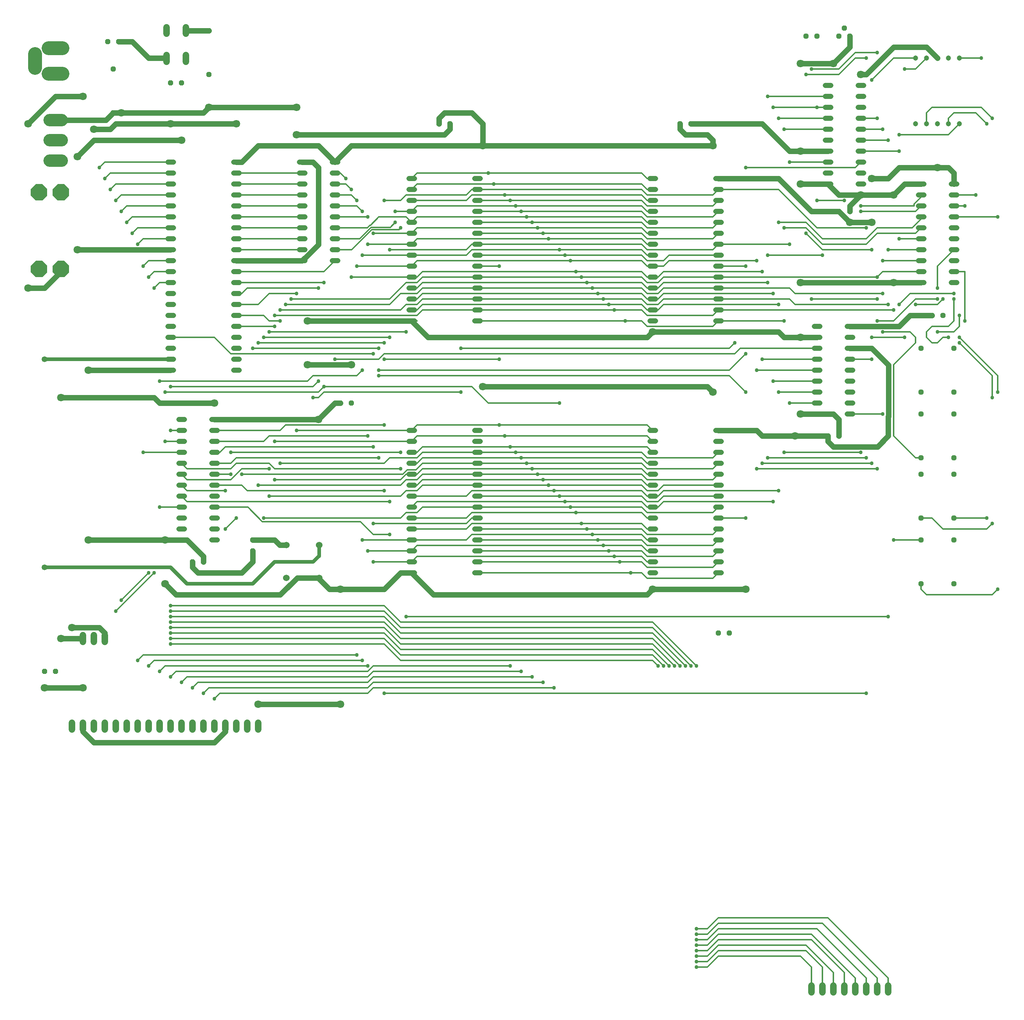
<source format=gbl>
G75*
%MOIN*%
%OFA0B0*%
%FSLAX25Y25*%
%IPPOS*%
%LPD*%
%AMOC8*
5,1,8,0,0,1.08239X$1,22.5*
%
%ADD10OC8,0.04800*%
%ADD11C,0.04800*%
%ADD12C,0.04724*%
%ADD13C,0.06000*%
%ADD14C,0.06000*%
%ADD15OC8,0.15000*%
%ADD16C,0.12661*%
%ADD17C,0.11250*%
%ADD18C,0.05906*%
%ADD19C,0.05000*%
%ADD20C,0.07087*%
%ADD21C,0.01200*%
%ADD22C,0.03369*%
%ADD23C,0.03200*%
%ADD24C,0.05315*%
D10*
X0475000Y0323933D03*
X0485000Y0323933D03*
X0610000Y0423933D03*
X0620000Y0423933D03*
X0665000Y0433933D03*
X0665000Y0443933D03*
X0745000Y0568933D03*
X0755000Y0568933D03*
X1090000Y0358933D03*
X1100000Y0358933D03*
X1275000Y0403933D03*
X1305000Y0403933D03*
X1305000Y0443933D03*
X1275000Y0443933D03*
X1275000Y0463933D03*
X1305000Y0463933D03*
X1305000Y0503933D03*
X1305000Y0518933D03*
X1275000Y0518933D03*
X1275000Y0503933D03*
X1275000Y0558933D03*
X1275000Y0578933D03*
X1305000Y0578933D03*
X1305000Y0558933D03*
X1305000Y0618933D03*
X1275000Y0618933D03*
X1285000Y0648933D03*
X1295000Y0648933D03*
X1210000Y0743933D03*
X1200000Y0743933D03*
X1065000Y0823933D03*
X1055000Y0823933D03*
X1170000Y0903933D03*
X1180000Y0903933D03*
X1200000Y0903933D03*
X1205000Y0911433D03*
X1210000Y0903933D03*
X0845000Y0823933D03*
X0835000Y0823933D03*
X0625000Y0868933D03*
X0600000Y0861433D03*
X0590000Y0861433D03*
X0537500Y0873933D03*
X0532500Y0898933D03*
X0542500Y0898933D03*
X0625000Y0908933D03*
X0537500Y0833933D03*
X1190000Y0538933D03*
X1200000Y0538933D03*
D11*
X1207600Y0558933D02*
X1212400Y0558933D01*
X1212400Y0568933D02*
X1207600Y0568933D01*
X1207600Y0578933D02*
X1212400Y0578933D01*
X1212400Y0588933D02*
X1207600Y0588933D01*
X1207600Y0598933D02*
X1212400Y0598933D01*
X1212400Y0608933D02*
X1207600Y0608933D01*
X1207600Y0618933D02*
X1212400Y0618933D01*
X1212400Y0628933D02*
X1207600Y0628933D01*
X1207600Y0638933D02*
X1212400Y0638933D01*
X1182400Y0638933D02*
X1177600Y0638933D01*
X1177600Y0628933D02*
X1182400Y0628933D01*
X1182400Y0618933D02*
X1177600Y0618933D01*
X1177600Y0608933D02*
X1182400Y0608933D01*
X1182400Y0598933D02*
X1177600Y0598933D01*
X1177600Y0588933D02*
X1182400Y0588933D01*
X1182400Y0578933D02*
X1177600Y0578933D01*
X1177600Y0568933D02*
X1182400Y0568933D01*
X1182400Y0558933D02*
X1177600Y0558933D01*
X1092400Y0543933D02*
X1087600Y0543933D01*
X1087600Y0533933D02*
X1092400Y0533933D01*
X1092400Y0523933D02*
X1087600Y0523933D01*
X1087600Y0513933D02*
X1092400Y0513933D01*
X1092400Y0503933D02*
X1087600Y0503933D01*
X1087600Y0493933D02*
X1092400Y0493933D01*
X1092400Y0483933D02*
X1087600Y0483933D01*
X1087600Y0473933D02*
X1092400Y0473933D01*
X1092400Y0463933D02*
X1087600Y0463933D01*
X1087600Y0453933D02*
X1092400Y0453933D01*
X1092400Y0443933D02*
X1087600Y0443933D01*
X1087600Y0433933D02*
X1092400Y0433933D01*
X1092400Y0423933D02*
X1087600Y0423933D01*
X1087600Y0413933D02*
X1092400Y0413933D01*
X1032400Y0413933D02*
X1027600Y0413933D01*
X1027600Y0423933D02*
X1032400Y0423933D01*
X1032400Y0433933D02*
X1027600Y0433933D01*
X1027600Y0443933D02*
X1032400Y0443933D01*
X1032400Y0453933D02*
X1027600Y0453933D01*
X1027600Y0463933D02*
X1032400Y0463933D01*
X1032400Y0473933D02*
X1027600Y0473933D01*
X1027600Y0483933D02*
X1032400Y0483933D01*
X1032400Y0493933D02*
X1027600Y0493933D01*
X1027600Y0503933D02*
X1032400Y0503933D01*
X1032400Y0513933D02*
X1027600Y0513933D01*
X1027600Y0523933D02*
X1032400Y0523933D01*
X1032400Y0533933D02*
X1027600Y0533933D01*
X1027600Y0543933D02*
X1032400Y0543933D01*
X1032400Y0643933D02*
X1027600Y0643933D01*
X1027600Y0653933D02*
X1032400Y0653933D01*
X1032400Y0663933D02*
X1027600Y0663933D01*
X1027600Y0673933D02*
X1032400Y0673933D01*
X1032400Y0683933D02*
X1027600Y0683933D01*
X1027600Y0693933D02*
X1032400Y0693933D01*
X1032400Y0703933D02*
X1027600Y0703933D01*
X1027600Y0713933D02*
X1032400Y0713933D01*
X1032400Y0723933D02*
X1027600Y0723933D01*
X1027600Y0733933D02*
X1032400Y0733933D01*
X1032400Y0743933D02*
X1027600Y0743933D01*
X1027600Y0753933D02*
X1032400Y0753933D01*
X1032400Y0763933D02*
X1027600Y0763933D01*
X1027600Y0773933D02*
X1032400Y0773933D01*
X1087600Y0773933D02*
X1092400Y0773933D01*
X1092400Y0763933D02*
X1087600Y0763933D01*
X1087600Y0753933D02*
X1092400Y0753933D01*
X1092400Y0743933D02*
X1087600Y0743933D01*
X1087600Y0733933D02*
X1092400Y0733933D01*
X1092400Y0723933D02*
X1087600Y0723933D01*
X1087600Y0713933D02*
X1092400Y0713933D01*
X1092400Y0703933D02*
X1087600Y0703933D01*
X1087600Y0693933D02*
X1092400Y0693933D01*
X1092400Y0683933D02*
X1087600Y0683933D01*
X1087600Y0673933D02*
X1092400Y0673933D01*
X1092400Y0663933D02*
X1087600Y0663933D01*
X1087600Y0653933D02*
X1092400Y0653933D01*
X1092400Y0643933D02*
X1087600Y0643933D01*
X1187600Y0768933D02*
X1192400Y0768933D01*
X1192400Y0778933D02*
X1187600Y0778933D01*
X1187600Y0788933D02*
X1192400Y0788933D01*
X1192400Y0798933D02*
X1187600Y0798933D01*
X1187600Y0808933D02*
X1192400Y0808933D01*
X1192400Y0818933D02*
X1187600Y0818933D01*
X1187600Y0828933D02*
X1192400Y0828933D01*
X1192400Y0838933D02*
X1187600Y0838933D01*
X1187600Y0848933D02*
X1192400Y0848933D01*
X1192400Y0858933D02*
X1187600Y0858933D01*
X1217600Y0858933D02*
X1222400Y0858933D01*
X1222400Y0848933D02*
X1217600Y0848933D01*
X1217600Y0838933D02*
X1222400Y0838933D01*
X1222400Y0828933D02*
X1217600Y0828933D01*
X1217600Y0818933D02*
X1222400Y0818933D01*
X1222400Y0808933D02*
X1217600Y0808933D01*
X1217600Y0798933D02*
X1222400Y0798933D01*
X1222400Y0788933D02*
X1217600Y0788933D01*
X1217600Y0778933D02*
X1222400Y0778933D01*
X1222400Y0768933D02*
X1217600Y0768933D01*
X1272600Y0768933D02*
X1277400Y0768933D01*
X1277400Y0758933D02*
X1272600Y0758933D01*
X1272600Y0748933D02*
X1277400Y0748933D01*
X1277400Y0738933D02*
X1272600Y0738933D01*
X1272600Y0728933D02*
X1277400Y0728933D01*
X1277400Y0718933D02*
X1272600Y0718933D01*
X1272600Y0708933D02*
X1277400Y0708933D01*
X1277400Y0698933D02*
X1272600Y0698933D01*
X1272600Y0688933D02*
X1277400Y0688933D01*
X1277400Y0678933D02*
X1272600Y0678933D01*
X1302600Y0678933D02*
X1307400Y0678933D01*
X1307400Y0688933D02*
X1302600Y0688933D01*
X1302600Y0698933D02*
X1307400Y0698933D01*
X1307400Y0708933D02*
X1302600Y0708933D01*
X1302600Y0718933D02*
X1307400Y0718933D01*
X1307400Y0728933D02*
X1302600Y0728933D01*
X1302600Y0738933D02*
X1307400Y0738933D01*
X1307400Y0748933D02*
X1302600Y0748933D01*
X1302600Y0758933D02*
X1307400Y0758933D01*
X1307400Y0768933D02*
X1302600Y0768933D01*
X0872400Y0763933D02*
X0867600Y0763933D01*
X0867600Y0753933D02*
X0872400Y0753933D01*
X0872400Y0743933D02*
X0867600Y0743933D01*
X0867600Y0733933D02*
X0872400Y0733933D01*
X0872400Y0723933D02*
X0867600Y0723933D01*
X0867600Y0713933D02*
X0872400Y0713933D01*
X0872400Y0703933D02*
X0867600Y0703933D01*
X0867600Y0693933D02*
X0872400Y0693933D01*
X0872400Y0683933D02*
X0867600Y0683933D01*
X0867600Y0673933D02*
X0872400Y0673933D01*
X0872400Y0663933D02*
X0867600Y0663933D01*
X0867600Y0653933D02*
X0872400Y0653933D01*
X0872400Y0643933D02*
X0867600Y0643933D01*
X0812400Y0643933D02*
X0807600Y0643933D01*
X0807600Y0653933D02*
X0812400Y0653933D01*
X0812400Y0663933D02*
X0807600Y0663933D01*
X0807600Y0673933D02*
X0812400Y0673933D01*
X0812400Y0683933D02*
X0807600Y0683933D01*
X0807600Y0693933D02*
X0812400Y0693933D01*
X0812400Y0703933D02*
X0807600Y0703933D01*
X0807600Y0713933D02*
X0812400Y0713933D01*
X0812400Y0723933D02*
X0807600Y0723933D01*
X0807600Y0733933D02*
X0812400Y0733933D01*
X0812400Y0743933D02*
X0807600Y0743933D01*
X0807600Y0753933D02*
X0812400Y0753933D01*
X0812400Y0763933D02*
X0807600Y0763933D01*
X0807600Y0773933D02*
X0812400Y0773933D01*
X0867600Y0773933D02*
X0872400Y0773933D01*
X0742400Y0768933D02*
X0737600Y0768933D01*
X0737600Y0758933D02*
X0742400Y0758933D01*
X0742400Y0748933D02*
X0737600Y0748933D01*
X0737600Y0738933D02*
X0742400Y0738933D01*
X0742400Y0728933D02*
X0737600Y0728933D01*
X0737600Y0718933D02*
X0742400Y0718933D01*
X0742400Y0708933D02*
X0737600Y0708933D01*
X0737600Y0698933D02*
X0742400Y0698933D01*
X0712400Y0698933D02*
X0707600Y0698933D01*
X0707600Y0708933D02*
X0712400Y0708933D01*
X0712400Y0718933D02*
X0707600Y0718933D01*
X0707600Y0728933D02*
X0712400Y0728933D01*
X0712400Y0738933D02*
X0707600Y0738933D01*
X0707600Y0748933D02*
X0712400Y0748933D01*
X0712400Y0758933D02*
X0707600Y0758933D01*
X0707600Y0768933D02*
X0712400Y0768933D01*
X0712400Y0778933D02*
X0707600Y0778933D01*
X0707600Y0788933D02*
X0712400Y0788933D01*
X0737600Y0788933D02*
X0742400Y0788933D01*
X0742400Y0778933D02*
X0737600Y0778933D01*
X0652400Y0778933D02*
X0647600Y0778933D01*
X0647600Y0768933D02*
X0652400Y0768933D01*
X0652400Y0758933D02*
X0647600Y0758933D01*
X0647600Y0748933D02*
X0652400Y0748933D01*
X0652400Y0738933D02*
X0647600Y0738933D01*
X0647600Y0728933D02*
X0652400Y0728933D01*
X0652400Y0718933D02*
X0647600Y0718933D01*
X0647600Y0708933D02*
X0652400Y0708933D01*
X0652400Y0698933D02*
X0647600Y0698933D01*
X0647600Y0688933D02*
X0652400Y0688933D01*
X0652400Y0678933D02*
X0647600Y0678933D01*
X0647600Y0668933D02*
X0652400Y0668933D01*
X0652400Y0658933D02*
X0647600Y0658933D01*
X0647600Y0648933D02*
X0652400Y0648933D01*
X0652400Y0638933D02*
X0647600Y0638933D01*
X0647600Y0628933D02*
X0652400Y0628933D01*
X0652400Y0618933D02*
X0647600Y0618933D01*
X0647600Y0608933D02*
X0652400Y0608933D01*
X0652400Y0598933D02*
X0647600Y0598933D01*
X0592400Y0598933D02*
X0587600Y0598933D01*
X0587600Y0608933D02*
X0592400Y0608933D01*
X0592400Y0618933D02*
X0587600Y0618933D01*
X0587600Y0628933D02*
X0592400Y0628933D01*
X0592400Y0638933D02*
X0587600Y0638933D01*
X0587600Y0648933D02*
X0592400Y0648933D01*
X0592400Y0658933D02*
X0587600Y0658933D01*
X0587600Y0668933D02*
X0592400Y0668933D01*
X0592400Y0678933D02*
X0587600Y0678933D01*
X0587600Y0688933D02*
X0592400Y0688933D01*
X0592400Y0698933D02*
X0587600Y0698933D01*
X0587600Y0708933D02*
X0592400Y0708933D01*
X0592400Y0718933D02*
X0587600Y0718933D01*
X0587600Y0728933D02*
X0592400Y0728933D01*
X0592400Y0738933D02*
X0587600Y0738933D01*
X0587600Y0748933D02*
X0592400Y0748933D01*
X0592400Y0758933D02*
X0587600Y0758933D01*
X0587600Y0768933D02*
X0592400Y0768933D01*
X0592400Y0778933D02*
X0587600Y0778933D01*
X0587600Y0788933D02*
X0592400Y0788933D01*
X0647600Y0788933D02*
X0652400Y0788933D01*
X0632400Y0553933D02*
X0627600Y0553933D01*
X0627600Y0543933D02*
X0632400Y0543933D01*
X0632400Y0533933D02*
X0627600Y0533933D01*
X0627600Y0523933D02*
X0632400Y0523933D01*
X0632400Y0513933D02*
X0627600Y0513933D01*
X0627600Y0503933D02*
X0632400Y0503933D01*
X0632400Y0493933D02*
X0627600Y0493933D01*
X0627600Y0483933D02*
X0632400Y0483933D01*
X0632400Y0473933D02*
X0627600Y0473933D01*
X0627600Y0463933D02*
X0632400Y0463933D01*
X0632400Y0453933D02*
X0627600Y0453933D01*
X0627600Y0443933D02*
X0632400Y0443933D01*
X0602400Y0443933D02*
X0597600Y0443933D01*
X0597600Y0453933D02*
X0602400Y0453933D01*
X0602400Y0463933D02*
X0597600Y0463933D01*
X0597600Y0473933D02*
X0602400Y0473933D01*
X0602400Y0483933D02*
X0597600Y0483933D01*
X0597600Y0493933D02*
X0602400Y0493933D01*
X0602400Y0503933D02*
X0597600Y0503933D01*
X0597600Y0513933D02*
X0602400Y0513933D01*
X0602400Y0523933D02*
X0597600Y0523933D01*
X0597600Y0533933D02*
X0602400Y0533933D01*
X0602400Y0543933D02*
X0597600Y0543933D01*
X0597600Y0553933D02*
X0602400Y0553933D01*
X0807600Y0543933D02*
X0812400Y0543933D01*
X0812400Y0533933D02*
X0807600Y0533933D01*
X0807600Y0523933D02*
X0812400Y0523933D01*
X0812400Y0513933D02*
X0807600Y0513933D01*
X0807600Y0503933D02*
X0812400Y0503933D01*
X0812400Y0493933D02*
X0807600Y0493933D01*
X0807600Y0483933D02*
X0812400Y0483933D01*
X0812400Y0473933D02*
X0807600Y0473933D01*
X0807600Y0463933D02*
X0812400Y0463933D01*
X0812400Y0453933D02*
X0807600Y0453933D01*
X0807600Y0443933D02*
X0812400Y0443933D01*
X0812400Y0433933D02*
X0807600Y0433933D01*
X0807600Y0423933D02*
X0812400Y0423933D01*
X0812400Y0413933D02*
X0807600Y0413933D01*
X0867600Y0413933D02*
X0872400Y0413933D01*
X0872400Y0423933D02*
X0867600Y0423933D01*
X0867600Y0433933D02*
X0872400Y0433933D01*
X0872400Y0443933D02*
X0867600Y0443933D01*
X0867600Y0453933D02*
X0872400Y0453933D01*
X0872400Y0463933D02*
X0867600Y0463933D01*
X0867600Y0473933D02*
X0872400Y0473933D01*
X0872400Y0483933D02*
X0867600Y0483933D01*
X0867600Y0493933D02*
X0872400Y0493933D01*
X0872400Y0503933D02*
X0867600Y0503933D01*
X0867600Y0513933D02*
X0872400Y0513933D01*
X0872400Y0523933D02*
X0867600Y0523933D01*
X0867600Y0533933D02*
X0872400Y0533933D01*
X0872400Y0543933D02*
X0867600Y0543933D01*
D12*
X1270000Y0823933D03*
X1280000Y0823933D03*
X1290000Y0823933D03*
X1300000Y0823933D03*
X1310000Y0823933D03*
X1310000Y0883933D03*
X1300000Y0883933D03*
X1290000Y0883933D03*
X1280000Y0883933D03*
X1270000Y0883933D03*
D13*
X0530000Y0356933D02*
X0530000Y0350933D01*
X0520000Y0350933D02*
X0520000Y0356933D01*
X0510000Y0356933D02*
X0510000Y0350933D01*
X0510000Y0276933D02*
X0510000Y0270933D01*
X0500000Y0270933D02*
X0500000Y0276933D01*
X0520000Y0276933D02*
X0520000Y0270933D01*
X0530000Y0270933D02*
X0530000Y0276933D01*
X0540000Y0276933D02*
X0540000Y0270933D01*
X0550000Y0270933D02*
X0550000Y0276933D01*
X0560000Y0276933D02*
X0560000Y0270933D01*
X0570000Y0270933D02*
X0570000Y0276933D01*
X0580000Y0276933D02*
X0580000Y0270933D01*
X0590000Y0270933D02*
X0590000Y0276933D01*
X0600000Y0276933D02*
X0600000Y0270933D01*
X0610000Y0270933D02*
X0610000Y0276933D01*
X0620000Y0276933D02*
X0620000Y0270933D01*
X0630000Y0270933D02*
X0630000Y0276933D01*
X0640000Y0276933D02*
X0640000Y0270933D01*
X0650000Y0270933D02*
X0650000Y0276933D01*
X0660000Y0276933D02*
X0660000Y0270933D01*
X0670000Y0270933D02*
X0670000Y0276933D01*
X1175000Y0036933D02*
X1175000Y0030933D01*
X1185000Y0030933D02*
X1185000Y0036933D01*
X1195000Y0036933D02*
X1195000Y0030933D01*
X1205000Y0030933D02*
X1205000Y0036933D01*
X1215000Y0036933D02*
X1215000Y0030933D01*
X1225000Y0030933D02*
X1225000Y0036933D01*
X1235000Y0036933D02*
X1235000Y0030933D01*
X1245000Y0030933D02*
X1245000Y0036933D01*
D14*
X0725500Y0409433D03*
X0695500Y0409433D03*
X0695500Y0439433D03*
X0725500Y0439433D03*
D15*
X0490000Y0691433D03*
X0470000Y0691433D03*
X0470000Y0761433D03*
X0490000Y0761433D03*
D16*
X0491331Y0869622D02*
X0478669Y0869622D01*
X0466102Y0875102D02*
X0466102Y0887764D01*
X0478669Y0893244D02*
X0491331Y0893244D01*
D17*
X0490625Y0827433D02*
X0479375Y0827433D01*
X0479375Y0808933D02*
X0490625Y0808933D01*
X0490625Y0790433D02*
X0479375Y0790433D01*
D18*
X0586142Y0880685D02*
X0586142Y0886591D01*
X0603858Y0886591D02*
X0603858Y0880685D01*
X0603858Y0906276D02*
X0603858Y0912181D01*
X0586142Y0912181D02*
X0586142Y0906276D01*
D19*
X0603858Y0909228D02*
X0624705Y0909228D01*
X0625000Y0908933D01*
X0624705Y0909228D01*
X0586142Y0883638D02*
X0585846Y0883933D01*
X0570000Y0883933D01*
X0555000Y0898933D01*
X0542500Y0898933D01*
X0510000Y0848933D02*
X0485000Y0848933D01*
X0460000Y0823933D01*
X0485000Y0827433D02*
X0531000Y0827433D01*
X0537500Y0833933D01*
X0545000Y0833933D01*
X0620000Y0833933D01*
X0625000Y0838933D01*
X0705000Y0838933D01*
X0705000Y0813933D02*
X0840000Y0813933D01*
X0845000Y0818933D01*
X0845000Y0823933D01*
X0835000Y0823933D02*
X0835000Y0828933D01*
X0840000Y0833933D01*
X0865000Y0833933D01*
X0875000Y0823933D01*
X0875000Y0803933D01*
X0755000Y0803933D01*
X0740000Y0788933D01*
X0725000Y0803933D01*
X0670000Y0803933D01*
X0655000Y0788933D01*
X0650000Y0788933D01*
X0650000Y0823933D02*
X0590000Y0823933D01*
X0540000Y0823933D01*
X0535000Y0818933D01*
X0520000Y0818933D01*
X0520000Y0808933D02*
X0505000Y0793933D01*
X0520000Y0808933D02*
X0600000Y0808933D01*
X0710000Y0788933D02*
X0720000Y0788933D01*
X0725000Y0783933D01*
X0725000Y0713755D01*
X0714678Y0703433D01*
X0714500Y0703433D01*
X0710000Y0698933D01*
X0650000Y0698933D01*
X0590000Y0708933D02*
X0505000Y0708933D01*
X0490000Y0691433D02*
X0490000Y0688933D01*
X0475000Y0673933D01*
X0460000Y0673933D01*
X0515000Y0598933D02*
X0590000Y0598933D01*
X0575000Y0573933D02*
X0580000Y0568933D01*
X0630000Y0568933D01*
X0630000Y0553933D02*
X0725000Y0553933D01*
X0740000Y0568933D01*
X0745000Y0568933D01*
X0755000Y0603933D02*
X0715000Y0603933D01*
X0715000Y0643933D02*
X0810000Y0643933D01*
X0825000Y0628933D01*
X1025000Y0628933D01*
X1030000Y0633933D01*
X1145000Y0633933D01*
X1150000Y0628933D01*
X1165000Y0628933D01*
X1180000Y0628933D01*
X1210000Y0618933D02*
X1230000Y0618933D01*
X1245084Y0603849D01*
X1245084Y0556827D01*
X1245000Y0556743D01*
X1245000Y0538933D01*
X1235084Y0529017D01*
X1217894Y0529017D01*
X1217810Y0528933D01*
X1195000Y0528933D01*
X1190000Y0533933D01*
X1190000Y0538933D01*
X1160000Y0538933D01*
X1130000Y0538933D01*
X1125000Y0543933D01*
X1090000Y0543933D01*
X1085000Y0578933D02*
X1080000Y0583933D01*
X0875000Y0583933D01*
X0695500Y0439433D02*
X0689500Y0439433D01*
X0685000Y0443933D01*
X0665000Y0443933D01*
X0665000Y0433933D02*
X0665000Y0423933D01*
X0655000Y0413933D01*
X0615000Y0413933D01*
X0610000Y0418933D01*
X0610000Y0423933D01*
X0620000Y0423933D02*
X0620000Y0428933D01*
X0605000Y0443933D01*
X0600000Y0443933D01*
X0585000Y0443933D01*
X0515000Y0443933D01*
X0585000Y0403933D02*
X0595000Y0393933D01*
X0690000Y0393933D01*
X0705500Y0409433D01*
X0725500Y0409433D01*
X0725500Y0408433D01*
X0735000Y0398933D01*
X0745000Y0398933D01*
X0785000Y0398933D01*
X0800000Y0413933D01*
X0810000Y0413933D01*
X0830000Y0393933D01*
X1025000Y0393933D01*
X1030000Y0398933D01*
X1115000Y0398933D01*
X1200000Y0538933D02*
X1200000Y0553933D01*
X1195000Y0558933D01*
X1180000Y0558933D01*
X1165000Y0558933D01*
X1210000Y0638933D02*
X1255000Y0638933D01*
X1265000Y0648933D01*
X1285000Y0648933D01*
X1275000Y0678933D02*
X1250000Y0678933D01*
X1165000Y0678933D01*
X1210000Y0733933D02*
X1230000Y0733933D01*
X1210000Y0733933D02*
X1200000Y0743933D01*
X1175000Y0743933D01*
X1145000Y0773933D01*
X1090000Y0773933D01*
X1085000Y0803933D02*
X1085000Y0808933D01*
X1080000Y0813933D01*
X1060000Y0813933D01*
X1055000Y0818933D01*
X1055000Y0823933D01*
X1065000Y0823933D02*
X1130000Y0823933D01*
X1155000Y0798933D01*
X1165000Y0798933D01*
X1190000Y0798933D01*
X1190000Y0768933D02*
X1165000Y0768933D01*
X1190000Y0768933D02*
X1200000Y0758933D01*
X1220000Y0758933D01*
X1210000Y0748933D01*
X1210000Y0743933D01*
X1220000Y0758933D02*
X1250000Y0758933D01*
X1260000Y0768933D01*
X1275000Y0768933D01*
X1290000Y0783933D02*
X1300000Y0783933D01*
X1305000Y0778933D01*
X1305000Y0768933D01*
X1290000Y0783933D02*
X1255000Y0783933D01*
X1245000Y0773933D01*
X1230000Y0773933D01*
X1225000Y0868933D02*
X1250000Y0893933D01*
X1280000Y0893933D01*
X1290000Y0883933D01*
X1225000Y0868933D02*
X1220000Y0868933D01*
X1195000Y0878933D02*
X1165000Y0878933D01*
X1195000Y0878933D02*
X1210000Y0893933D01*
X1210000Y0903933D01*
X1085000Y0803933D02*
X0875000Y0803933D01*
X0575000Y0573933D02*
X0490000Y0573933D01*
X0500000Y0363933D02*
X0525000Y0363933D01*
X0530000Y0358933D01*
X0530000Y0353933D01*
X0510000Y0353933D02*
X0490000Y0353933D01*
X0475000Y0308933D02*
X0510000Y0308933D01*
X0510000Y0273933D02*
X0510000Y0268933D01*
X0520000Y0258933D01*
X0630000Y0258933D01*
X0640000Y0268933D01*
X0640000Y0273933D01*
X0670000Y0293933D02*
X0745000Y0293933D01*
D20*
X0475000Y0308933D03*
X0510000Y0308933D03*
X0490000Y0353933D03*
X0500000Y0363933D03*
X0585000Y0403933D03*
X0585000Y0443933D03*
X0515000Y0443933D03*
X0490000Y0573933D03*
X0515000Y0598933D03*
X0460000Y0673933D03*
X0505000Y0708933D03*
X0505000Y0793933D03*
X0520000Y0818933D03*
X0545000Y0833933D03*
X0510000Y0848933D03*
X0460000Y0823933D03*
X0590000Y0823933D03*
X0600000Y0808933D03*
X0625000Y0838933D03*
X0650000Y0823933D03*
X0705000Y0813933D03*
X0705000Y0838933D03*
X0875000Y0803933D03*
X1085000Y0803933D03*
X1165000Y0798933D03*
X1165000Y0768933D03*
X1220000Y0758933D03*
X1230000Y0773933D03*
X1250000Y0758933D03*
X1230000Y0733933D03*
X1210000Y0733933D03*
X1250000Y0678933D03*
X1165000Y0678933D03*
X1165000Y0628933D03*
X1085000Y0578933D03*
X1160000Y0538933D03*
X1165000Y0558933D03*
X1030000Y0633933D03*
X0875000Y0583933D03*
X0755000Y0603933D03*
X0715000Y0603933D03*
X0715000Y0643933D03*
X0630000Y0568933D03*
X0725000Y0553933D03*
X0745000Y0398933D03*
X0745000Y0293933D03*
X0670000Y0293933D03*
X1030000Y0398933D03*
X1115000Y0398933D03*
X1290000Y0783933D03*
X1220000Y0868933D03*
X1195000Y0878933D03*
X1165000Y0878933D03*
D21*
X1175000Y0873933D02*
X1200000Y0873933D01*
X1215000Y0888933D01*
X1235000Y0888933D01*
X1225000Y0883933D02*
X1215000Y0883933D01*
X1200000Y0868933D01*
X1170000Y0868933D01*
X1190000Y0848933D02*
X1135000Y0848933D01*
X1140000Y0838933D02*
X1180000Y0838933D01*
X1190000Y0838933D01*
X1190000Y0828933D02*
X1145000Y0828933D01*
X1150000Y0818933D02*
X1190000Y0818933D01*
X1220000Y0818933D02*
X1240000Y0818933D01*
X1245000Y0808933D02*
X1220000Y0808933D01*
X1220000Y0798933D02*
X1255000Y0798933D01*
X1255000Y0813933D02*
X1300000Y0813933D01*
X1310000Y0823933D01*
X1300000Y0823933D02*
X1300000Y0828933D01*
X1305000Y0833933D01*
X1325000Y0833933D01*
X1335000Y0823933D01*
X1340000Y0828933D02*
X1330000Y0838933D01*
X1285000Y0838933D01*
X1280000Y0833933D01*
X1280000Y0823933D01*
X1235000Y0828933D02*
X1220000Y0828933D01*
X1230000Y0863933D02*
X1250000Y0883933D01*
X1270000Y0883933D01*
X1270000Y0873933D02*
X1280000Y0883933D01*
X1270000Y0873933D02*
X1260000Y0873933D01*
X1310000Y0883933D02*
X1330000Y0883933D01*
X1220000Y0788933D02*
X1215000Y0783933D01*
X1115000Y0783933D01*
X1090000Y0763933D02*
X1145000Y0763933D01*
X1180000Y0728933D01*
X1225000Y0728933D01*
X1225000Y0718933D02*
X1185000Y0718933D01*
X1170000Y0733933D01*
X1145000Y0733933D01*
X1150000Y0728933D02*
X1170000Y0728933D01*
X1185000Y0713933D01*
X1225000Y0713933D01*
X1235000Y0723933D01*
X1270000Y0723933D01*
X1275000Y0728933D01*
X1266743Y0728933D02*
X1275000Y0737190D01*
X1275000Y0738933D01*
X1270000Y0743933D02*
X1220000Y0743933D01*
X1220000Y0748933D02*
X1268400Y0748933D01*
X1268400Y0750590D01*
X1275000Y0757190D01*
X1275000Y0758933D01*
X1275000Y0748933D02*
X1270000Y0743933D01*
X1266743Y0728933D02*
X1235000Y0728933D01*
X1225000Y0718933D01*
X1230000Y0708933D02*
X1185000Y0708933D01*
X1170000Y0723933D01*
X1155000Y0713933D02*
X1090000Y0713933D01*
X1085000Y0708933D01*
X1025000Y0708933D01*
X1020000Y0713933D01*
X0870000Y0713933D01*
X0865000Y0713933D01*
X0860000Y0708933D01*
X0790000Y0708933D01*
X0798381Y0727314D02*
X0773599Y0727314D01*
X0755218Y0708933D01*
X0740000Y0708933D01*
X0740000Y0718933D02*
X0762390Y0718933D01*
X0772771Y0729314D01*
X0790381Y0729314D01*
X0795000Y0733933D01*
X0800000Y0728933D02*
X0798381Y0727314D01*
X0810000Y0723933D02*
X0775000Y0723933D01*
X0769561Y0728933D02*
X0771943Y0731314D01*
X0772381Y0731314D01*
X0780000Y0738933D01*
X0805000Y0738933D01*
X0810000Y0733933D01*
X0815000Y0738933D01*
X0915000Y0738933D01*
X1020000Y0738933D01*
X1025000Y0733933D01*
X1030000Y0733933D01*
X1025000Y0728933D02*
X1085000Y0728933D01*
X1090000Y0733933D01*
X1085000Y0738933D02*
X1090000Y0743933D01*
X1085000Y0738933D02*
X1025000Y0738933D01*
X1020000Y0743933D01*
X0910000Y0743933D01*
X0870000Y0743933D01*
X0870000Y0733933D02*
X0920000Y0733933D01*
X1020000Y0733933D01*
X1025000Y0728933D01*
X1020000Y0728933D02*
X1025000Y0723933D01*
X1030000Y0723933D01*
X1025000Y0718933D02*
X1085000Y0718933D01*
X1090000Y0723933D01*
X1090000Y0703933D02*
X1045000Y0703933D01*
X1040000Y0698933D01*
X1025000Y0698933D01*
X1020000Y0703933D01*
X0950000Y0703933D01*
X0870000Y0703933D01*
X0865000Y0708933D02*
X0945000Y0708933D01*
X1020000Y0708933D01*
X1025000Y0703933D01*
X1030000Y0703933D01*
X1030000Y0693933D02*
X1025000Y0693933D01*
X1020000Y0698933D01*
X0955000Y0698933D01*
X0815000Y0698933D01*
X0810000Y0693933D01*
X0760000Y0693933D01*
X0755000Y0683933D02*
X0810000Y0683933D01*
X0815000Y0683933D01*
X0820000Y0688933D01*
X0960000Y0688933D01*
X1020000Y0688933D01*
X1025000Y0683933D01*
X1030000Y0683933D01*
X1035000Y0683933D01*
X1040000Y0688933D01*
X1130000Y0688933D01*
X1135000Y0678933D02*
X1040000Y0678933D01*
X1035000Y0673933D01*
X1030000Y0673933D01*
X1025000Y0673933D01*
X1020000Y0678933D01*
X0970000Y0678933D01*
X0820000Y0678933D01*
X0815000Y0673933D01*
X0810000Y0673933D01*
X0815000Y0668933D02*
X0800000Y0668933D01*
X0790000Y0658933D01*
X0695000Y0658933D01*
X0690000Y0653933D02*
X0800000Y0653933D01*
X0805000Y0658933D01*
X0815000Y0658933D01*
X0820000Y0663933D01*
X0870000Y0663933D01*
X0985000Y0663933D01*
X1020000Y0663933D01*
X1025000Y0658933D01*
X1035000Y0658933D01*
X1040000Y0663933D01*
X1090000Y0663933D01*
X1155000Y0663933D01*
X1160000Y0658933D01*
X1245000Y0658933D01*
X1250000Y0653933D02*
X1090000Y0653933D01*
X1085000Y0648933D01*
X1025000Y0648933D01*
X1020000Y0653933D01*
X0995000Y0653933D01*
X0870000Y0653933D01*
X0820000Y0653933D01*
X0815000Y0648933D01*
X0685000Y0648933D01*
X0680000Y0643933D02*
X0690000Y0643933D01*
X0685000Y0638933D02*
X0650000Y0638933D01*
X0650000Y0648933D02*
X0675000Y0648933D01*
X0680000Y0643933D01*
X0680000Y0633933D02*
X0805000Y0633933D01*
X0810000Y0643933D02*
X0815000Y0643933D01*
X0815000Y0653933D02*
X0810000Y0653933D01*
X0815000Y0653933D02*
X0820000Y0658933D01*
X0990000Y0658933D01*
X1020000Y0658933D01*
X1025000Y0653933D01*
X1030000Y0653933D01*
X1035000Y0653933D01*
X1040000Y0658933D01*
X1145000Y0658933D01*
X1140000Y0668933D02*
X1040000Y0668933D01*
X1035000Y0663933D01*
X1030000Y0663933D01*
X1025000Y0663933D01*
X1020000Y0668933D01*
X0980000Y0668933D01*
X0820000Y0668933D01*
X0815000Y0663933D01*
X0810000Y0663933D01*
X0815000Y0668933D02*
X0820000Y0673933D01*
X0870000Y0673933D01*
X0975000Y0673933D01*
X1020000Y0673933D01*
X1025000Y0668933D01*
X1035000Y0668933D01*
X1040000Y0673933D01*
X1090000Y0673933D01*
X1155000Y0673933D01*
X1160000Y0668933D01*
X1240000Y0668933D01*
X1235000Y0663933D02*
X1175000Y0663933D01*
X1150000Y0643933D02*
X1090000Y0643933D01*
X1085000Y0638933D01*
X1025000Y0638933D01*
X1020000Y0643933D01*
X1005000Y0643933D01*
X0870000Y0643933D01*
X0855000Y0618933D02*
X1100000Y0618933D01*
X1105000Y0623933D01*
X1110000Y0618933D02*
X1180000Y0618933D01*
X1180000Y0608933D02*
X1130000Y0608933D01*
X1125000Y0598933D02*
X1180000Y0598933D01*
X1180000Y0588933D02*
X1140000Y0588933D01*
X1145000Y0578933D02*
X1180000Y0578933D01*
X1180000Y0568933D02*
X1155000Y0568933D01*
X1115000Y0578933D02*
X1100000Y0593933D01*
X0780000Y0593933D01*
X0780000Y0598933D02*
X1100000Y0598933D01*
X1115000Y0613933D01*
X1110000Y0618933D02*
X1105000Y0613933D01*
X0785000Y0613933D01*
X0780000Y0608933D01*
X0740000Y0608933D01*
X0725000Y0588933D02*
X0720000Y0583933D01*
X0590000Y0583933D01*
X0585000Y0578933D02*
X0725000Y0578933D01*
X0730000Y0583933D01*
X0865000Y0583933D01*
X0880000Y0568933D01*
X0945000Y0568933D01*
X0895000Y0538933D02*
X1025000Y0538933D01*
X1030000Y0533933D01*
X1025000Y0528933D02*
X1030000Y0523933D01*
X1025000Y0518933D02*
X1085000Y0518933D01*
X1090000Y0523933D01*
X1090000Y0513933D02*
X1085000Y0508933D01*
X1025000Y0508933D01*
X1020000Y0513933D01*
X0915000Y0513933D01*
X0870000Y0513933D01*
X0820000Y0513933D01*
X0814000Y0507933D01*
X0805743Y0507933D01*
X0801743Y0503933D01*
X0655000Y0503933D01*
X0650000Y0503933D02*
X0655000Y0508933D01*
X0680000Y0508933D01*
X0685000Y0508933D02*
X0800000Y0508933D01*
X0805000Y0503933D02*
X0810000Y0503933D01*
X0815000Y0503933D01*
X0820000Y0508933D01*
X0920000Y0508933D01*
X1020000Y0508933D01*
X1025000Y0503933D01*
X1030000Y0503933D01*
X1025000Y0498933D02*
X1085000Y0498933D01*
X1090000Y0503933D01*
X1090000Y0493933D02*
X1040000Y0493933D01*
X1035000Y0488933D01*
X1025000Y0488933D01*
X1020000Y0493933D01*
X0935000Y0493933D01*
X0870000Y0493933D01*
X0820000Y0493933D01*
X0815000Y0488933D01*
X0805000Y0488933D01*
X0800000Y0483933D01*
X0680000Y0483933D01*
X0670000Y0493933D02*
X0800000Y0493933D01*
X0805000Y0498933D01*
X0815000Y0498933D01*
X0820000Y0503933D01*
X0870000Y0503933D01*
X0925000Y0503933D01*
X1020000Y0503933D01*
X1025000Y0498933D01*
X1025000Y0493933D02*
X1030000Y0493933D01*
X1025000Y0493933D02*
X1020000Y0498933D01*
X0930000Y0498933D01*
X0820000Y0498933D01*
X0815000Y0493933D01*
X0810000Y0493933D01*
X0810000Y0483933D02*
X0860000Y0483933D01*
X0865000Y0488933D01*
X0940000Y0488933D01*
X0960000Y0488933D01*
X1020000Y0488933D01*
X1025000Y0483933D01*
X1030000Y0483933D01*
X1035000Y0483933D01*
X1040000Y0488933D01*
X1145000Y0488933D01*
X1140000Y0478933D02*
X1040000Y0478933D01*
X1035000Y0473933D01*
X1030000Y0473933D01*
X1025000Y0473933D01*
X1020000Y0478933D01*
X0950000Y0478933D01*
X0815000Y0478933D01*
X0810000Y0473933D01*
X0805000Y0468933D02*
X0815000Y0468933D01*
X0820000Y0473933D01*
X0870000Y0473933D01*
X0955000Y0473933D01*
X1020000Y0473933D01*
X1025000Y0468933D01*
X1085000Y0468933D01*
X1090000Y0473933D01*
X1090000Y0463933D02*
X1115000Y0463933D01*
X1090000Y0453933D02*
X1085000Y0448933D01*
X1025000Y0448933D01*
X1020000Y0453933D01*
X0970000Y0453933D01*
X0870000Y0453933D01*
X0865000Y0448933D02*
X0975000Y0448933D01*
X1020000Y0448933D01*
X1025000Y0443933D01*
X1030000Y0443933D01*
X1025000Y0438933D02*
X1085000Y0438933D01*
X1090000Y0443933D01*
X1090000Y0433933D02*
X1085000Y0428933D01*
X1025000Y0428933D01*
X1020000Y0433933D01*
X0990000Y0433933D01*
X0870000Y0433933D01*
X0870000Y0423933D02*
X1000000Y0423933D01*
X1020000Y0423933D01*
X1025000Y0418933D01*
X1085000Y0418933D01*
X1090000Y0423933D01*
X1090000Y0413933D02*
X1085000Y0408933D01*
X1025000Y0408933D01*
X1020000Y0413933D01*
X1010000Y0413933D01*
X0870000Y0413933D01*
X0870000Y0443933D02*
X0980000Y0443933D01*
X1020000Y0443933D01*
X1025000Y0438933D01*
X1020000Y0438933D02*
X1025000Y0433933D01*
X1030000Y0433933D01*
X1030000Y0423933D02*
X1025000Y0423933D01*
X1020000Y0428933D01*
X0995000Y0428933D01*
X0815000Y0428933D01*
X0810000Y0423933D01*
X0775000Y0423933D01*
X0770000Y0433933D02*
X0810000Y0433933D01*
X0815000Y0438933D01*
X0985000Y0438933D01*
X1020000Y0438933D01*
X1025000Y0453933D02*
X1030000Y0453933D01*
X1025000Y0453933D02*
X1020000Y0458933D01*
X0965000Y0458933D01*
X0865000Y0458933D01*
X0860000Y0453933D01*
X0810000Y0453933D01*
X0810000Y0463933D02*
X0860000Y0463933D01*
X0865000Y0468933D01*
X0960000Y0468933D01*
X1020000Y0468933D01*
X1025000Y0463933D01*
X1030000Y0463933D01*
X1025000Y0478933D02*
X1035000Y0478933D01*
X1040000Y0483933D01*
X1090000Y0483933D01*
X1125000Y0508933D02*
X1235000Y0508933D01*
X1230000Y0513933D02*
X1130000Y0513933D01*
X1135000Y0518933D02*
X1225000Y0518933D01*
X1220000Y0523933D02*
X1150000Y0523933D01*
X1210000Y0558933D02*
X1240000Y0558933D01*
X1250000Y0538933D02*
X1250000Y0603933D01*
X1270000Y0623933D01*
X1270000Y0628933D01*
X1265000Y0633933D01*
X1240000Y0633933D01*
X1230000Y0628933D02*
X1260000Y0628933D01*
X1280000Y0628933D02*
X1280000Y0633933D01*
X1285000Y0638933D01*
X1300000Y0638933D01*
X1305000Y0643933D01*
X1305000Y0663933D01*
X1305000Y0668933D02*
X1265000Y0668933D01*
X1255000Y0658933D01*
X1250000Y0643933D02*
X1235000Y0643933D01*
X1250000Y0643933D02*
X1270000Y0663933D01*
X1290000Y0663933D01*
X1290000Y0658933D02*
X1295000Y0663933D01*
X1290000Y0658933D02*
X1270000Y0658933D01*
X1290000Y0673933D02*
X1290000Y0693933D01*
X1305000Y0708933D01*
X1275000Y0708933D02*
X1245000Y0708933D01*
X1255000Y0718933D02*
X1275000Y0718933D01*
X1305000Y0738933D02*
X1345000Y0738933D01*
X1325000Y0758933D02*
X1305000Y0758933D01*
X1305000Y0748933D02*
X1315000Y0748933D01*
X1275000Y0698933D02*
X1240000Y0698933D01*
X1240000Y0688933D02*
X1235000Y0683933D01*
X1090000Y0683933D01*
X1040000Y0683933D01*
X1035000Y0678933D01*
X1025000Y0678933D01*
X1020000Y0683933D01*
X0965000Y0683933D01*
X0870000Y0683933D01*
X0820000Y0683933D01*
X0815000Y0678933D01*
X0805000Y0678933D01*
X0790000Y0663933D01*
X0700000Y0663933D01*
X0705000Y0668933D02*
X0680000Y0668933D01*
X0670000Y0658933D01*
X0650000Y0658933D01*
X0650000Y0668933D02*
X0655000Y0668933D01*
X0660000Y0673933D01*
X0725000Y0673933D01*
X0730000Y0678933D02*
X0650000Y0678933D01*
X0650000Y0688933D02*
X0730000Y0688933D01*
X0740000Y0698933D01*
X0765000Y0703933D02*
X0810000Y0703933D01*
X0860000Y0703933D01*
X0865000Y0708933D01*
X0870000Y0723933D02*
X0930000Y0723933D01*
X1020000Y0723933D01*
X1025000Y0718933D01*
X1020000Y0718933D02*
X1025000Y0713933D01*
X1030000Y0713933D01*
X1020000Y0718933D02*
X0935000Y0718933D01*
X0815000Y0718933D01*
X0810000Y0713933D01*
X0770000Y0713933D01*
X0769561Y0728933D02*
X0740000Y0728933D01*
X0740000Y0738933D02*
X0770000Y0738933D01*
X0765000Y0743933D02*
X0760000Y0748933D01*
X0740000Y0748933D01*
X0740000Y0758933D02*
X0755000Y0758933D01*
X0760000Y0753933D01*
X0755000Y0763933D02*
X0750000Y0768933D01*
X0740000Y0768933D01*
X0740000Y0778933D02*
X0745000Y0778933D01*
X0750000Y0773933D01*
X0785000Y0753933D02*
X0800000Y0753933D01*
X0805000Y0758933D01*
X0860000Y0758933D01*
X0865000Y0763933D01*
X0870000Y0763933D01*
X1020000Y0763933D01*
X1025000Y0758933D01*
X1085000Y0758933D01*
X1090000Y0763933D01*
X1090000Y0753933D02*
X1085000Y0748933D01*
X1025000Y0748933D01*
X1020000Y0753933D01*
X0900000Y0753933D01*
X0870000Y0753933D01*
X0865000Y0758933D02*
X0895000Y0758933D01*
X1020000Y0758933D01*
X1025000Y0753933D01*
X1030000Y0753933D01*
X1030000Y0743933D02*
X1025000Y0743933D01*
X1020000Y0748933D01*
X0905000Y0748933D01*
X0815000Y0748933D01*
X0810000Y0743933D01*
X0795000Y0743933D01*
X0810000Y0753933D02*
X0860000Y0753933D01*
X0865000Y0758933D01*
X0885000Y0768933D02*
X1020000Y0768933D01*
X1025000Y0763933D01*
X1030000Y0763933D01*
X1030000Y0773933D02*
X1025000Y0773933D01*
X1020000Y0778933D01*
X0880000Y0778933D01*
X0815000Y0778933D01*
X0810000Y0773933D01*
X0815000Y0768933D02*
X0810000Y0763933D01*
X0815000Y0768933D02*
X0885000Y0768933D01*
X0925000Y0728933D02*
X1020000Y0728933D01*
X1030000Y0693933D02*
X1040000Y0693933D01*
X1045000Y0698933D01*
X1125000Y0698933D01*
X1115000Y0693933D02*
X1090000Y0693933D01*
X1135000Y0703933D02*
X1185000Y0703933D01*
X1240000Y0688933D02*
X1275000Y0688933D01*
X1305000Y0688933D02*
X1315000Y0688933D01*
X1315000Y0643933D01*
X1310000Y0638933D02*
X1310000Y0648933D01*
X1310000Y0638933D02*
X1305000Y0633933D01*
X1290000Y0633933D01*
X1295000Y0628933D02*
X1290000Y0623933D01*
X1285000Y0623933D01*
X1280000Y0628933D01*
X1295000Y0628933D02*
X1300000Y0628933D01*
X1310000Y0628933D02*
X1345000Y0593933D01*
X1345000Y0578933D01*
X1340000Y0573933D02*
X1340000Y0593933D01*
X1310000Y0623933D01*
X1230000Y0608933D02*
X1210000Y0608933D01*
X1250000Y0538933D02*
X1270000Y0518933D01*
X1275000Y0518933D01*
X1275000Y0463933D02*
X1285000Y0463933D01*
X1295000Y0453933D01*
X1335000Y0453933D01*
X1340000Y0458933D01*
X1335000Y0463933D02*
X1305000Y0463933D01*
X1275000Y0443933D02*
X1250000Y0443933D01*
X1275000Y0403933D02*
X1275000Y0398933D01*
X1280000Y0393933D01*
X1340000Y0393933D01*
X1345000Y0398933D01*
X1245000Y0373933D02*
X0805000Y0373933D01*
X0800000Y0368933D02*
X1030000Y0368933D01*
X1070000Y0328933D01*
X1065000Y0328933D02*
X1030000Y0363933D01*
X0800000Y0363933D01*
X0785000Y0378933D01*
X0590000Y0378933D01*
X0590000Y0373933D02*
X0785000Y0373933D01*
X0800000Y0358933D01*
X1030000Y0358933D01*
X1060000Y0328933D01*
X1055000Y0328933D02*
X1030000Y0353933D01*
X0800000Y0353933D01*
X0785000Y0368933D01*
X0590000Y0368933D01*
X0590000Y0363933D02*
X0785000Y0363933D01*
X0800000Y0348933D01*
X1030000Y0348933D01*
X1050000Y0328933D01*
X1045000Y0328933D02*
X1030000Y0343933D01*
X0800000Y0343933D01*
X0785000Y0358933D01*
X0590000Y0358933D01*
X0590000Y0353933D02*
X0785000Y0353933D01*
X0800000Y0338933D01*
X1030000Y0338933D01*
X1040000Y0328933D01*
X1035000Y0328933D02*
X1030000Y0333933D01*
X0800000Y0333933D01*
X0785000Y0348933D01*
X0590000Y0348933D01*
X0575000Y0333933D02*
X0570000Y0328933D01*
X0575000Y0333933D02*
X0765000Y0333933D01*
X0770000Y0328933D02*
X0585000Y0328933D01*
X0580000Y0323933D01*
X0590000Y0318933D02*
X0595000Y0323933D01*
X0770000Y0323933D01*
X0775000Y0328933D01*
X0900000Y0328933D01*
X0910000Y0323933D02*
X0775000Y0323933D01*
X0770000Y0318933D01*
X0605000Y0318933D01*
X0600000Y0313933D01*
X0610000Y0308933D02*
X0615000Y0313933D01*
X0770000Y0313933D01*
X0775000Y0318933D01*
X0920000Y0318933D01*
X0930000Y0313933D02*
X0775000Y0313933D01*
X0770000Y0308933D01*
X0625000Y0308933D01*
X0620000Y0303933D01*
X0630000Y0298933D02*
X0635000Y0303933D01*
X0770000Y0303933D01*
X0775000Y0308933D01*
X0940000Y0308933D01*
X0800000Y0368933D02*
X0785000Y0383933D01*
X0590000Y0383933D01*
X0575000Y0413933D02*
X0540000Y0378933D01*
X0545000Y0388933D02*
X0570000Y0413933D01*
X0640000Y0453933D02*
X0650000Y0463933D01*
X0660497Y0473933D02*
X0673681Y0460749D01*
X0763184Y0460749D01*
X0775000Y0448933D01*
X0790000Y0448933D01*
X0775000Y0458933D02*
X0860000Y0458933D01*
X0865000Y0463933D01*
X0870000Y0463933D01*
X0865000Y0448933D02*
X0860000Y0443933D01*
X0810000Y0443933D01*
X0765000Y0443933D01*
X0800000Y0463933D02*
X0805000Y0468933D01*
X0800000Y0463933D02*
X0675000Y0463933D01*
X0660497Y0473933D02*
X0630000Y0473933D01*
X0640000Y0488933D02*
X0605000Y0488933D01*
X0600000Y0493933D01*
X0605000Y0498933D02*
X0645000Y0498933D01*
X0650000Y0503933D01*
X0645000Y0503933D02*
X0630000Y0503933D01*
X0630000Y0493933D02*
X0655000Y0493933D01*
X0660000Y0488933D01*
X0785000Y0488933D01*
X0790000Y0478933D02*
X0605000Y0478933D01*
X0600000Y0483933D01*
X0600000Y0473933D02*
X0580000Y0473933D01*
X0605000Y0498933D02*
X0600000Y0503933D01*
X0605000Y0508933D02*
X0645000Y0508933D01*
X0650000Y0513933D01*
X0680000Y0513933D01*
X0685000Y0508933D01*
X0690000Y0513933D02*
X0785000Y0513933D01*
X0790000Y0518933D01*
X0815000Y0518933D01*
X0820000Y0523933D01*
X0875000Y0523933D01*
X0905000Y0523933D01*
X1020000Y0523933D01*
X1025000Y0518933D01*
X1025000Y0513933D02*
X1030000Y0513933D01*
X1025000Y0513933D02*
X1020000Y0518933D01*
X0910000Y0518933D01*
X0820000Y0518933D01*
X0815000Y0513933D01*
X0810000Y0513933D01*
X0810000Y0523933D02*
X0815000Y0523933D01*
X0820000Y0528933D01*
X0900000Y0528933D01*
X1025000Y0528933D01*
X1030000Y0543933D02*
X1025000Y0548933D01*
X0890000Y0548933D01*
X0815000Y0548933D01*
X0810000Y0543933D01*
X0705000Y0543933D01*
X0695000Y0548933D02*
X0785000Y0548933D01*
X0770000Y0538933D02*
X0680000Y0538933D01*
X0675000Y0533933D01*
X0630000Y0533933D01*
X0630000Y0523933D02*
X0635000Y0523933D01*
X0640000Y0528933D01*
X0775000Y0528933D01*
X0780000Y0518933D02*
X0650000Y0518933D01*
X0645000Y0513933D01*
X0630000Y0513933D01*
X0645000Y0523933D02*
X0800000Y0523933D01*
X0810000Y0533933D02*
X0685000Y0533933D01*
X0690000Y0543933D02*
X0695000Y0548933D01*
X0690000Y0543933D02*
X0630000Y0543933D01*
X0600000Y0543933D02*
X0590000Y0543933D01*
X0585000Y0533933D02*
X0600000Y0533933D01*
X0600000Y0523933D02*
X0565000Y0523933D01*
X0600000Y0513933D02*
X0605000Y0508933D01*
X0685000Y0498933D02*
X0800000Y0498933D01*
X0805000Y0503933D01*
X0810000Y0533933D02*
X0815000Y0538933D01*
X0895000Y0538933D01*
X0875000Y0523933D02*
X0870000Y0523933D01*
X0870000Y0483933D02*
X0945000Y0483933D01*
X1020000Y0483933D01*
X1025000Y0478933D01*
X0855000Y0578933D02*
X0730000Y0578933D01*
X0725000Y0573933D01*
X0720000Y0573933D01*
X0715000Y0588933D02*
X0720000Y0593933D01*
X0760000Y0593933D01*
X0765000Y0598933D01*
X0775000Y0613933D02*
X0645000Y0613933D01*
X0630000Y0628933D01*
X0590000Y0628933D01*
X0580000Y0588933D02*
X0715000Y0588933D01*
X0665000Y0618933D02*
X0780000Y0618933D01*
X0785000Y0623933D02*
X0670000Y0623933D01*
X0675000Y0628933D02*
X0790000Y0628933D01*
X0785000Y0608933D02*
X0890000Y0608933D01*
X0890000Y0693933D02*
X0870000Y0693933D01*
X0815000Y0728933D02*
X0925000Y0728933D01*
X0815000Y0728933D02*
X0810000Y0723933D01*
X0771943Y0731314D02*
X0769561Y0728933D01*
X0710000Y0728933D02*
X0650000Y0728933D01*
X0650000Y0718933D02*
X0710000Y0718933D01*
X0710000Y0708933D02*
X0650000Y0708933D01*
X0650000Y0738933D02*
X0710000Y0738933D01*
X0710000Y0748933D02*
X0650000Y0748933D01*
X0650000Y0758933D02*
X0710000Y0758933D01*
X0710000Y0768933D02*
X0650000Y0768933D01*
X0650000Y0778933D02*
X0710000Y0778933D01*
X0590000Y0778933D02*
X0535000Y0778933D01*
X0530000Y0773933D01*
X0540000Y0768933D02*
X0535000Y0763933D01*
X0540000Y0768933D02*
X0590000Y0768933D01*
X0590000Y0758933D02*
X0545000Y0758933D01*
X0540000Y0753933D01*
X0550000Y0748933D02*
X0545000Y0743933D01*
X0550000Y0748933D02*
X0590000Y0748933D01*
X0590000Y0738933D02*
X0555000Y0738933D01*
X0550000Y0733933D01*
X0560000Y0728933D02*
X0555000Y0723933D01*
X0560000Y0728933D02*
X0590000Y0728933D01*
X0590000Y0718933D02*
X0565000Y0718933D01*
X0560000Y0713933D01*
X0570000Y0698933D02*
X0565000Y0693933D01*
X0570000Y0698933D02*
X0590000Y0698933D01*
X0590000Y0688933D02*
X0575000Y0688933D01*
X0570000Y0683933D01*
X0580000Y0678933D02*
X0575000Y0673933D01*
X0580000Y0678933D02*
X0590000Y0678933D01*
X0525000Y0783933D02*
X0530000Y0788933D01*
X0590000Y0788933D01*
X1155000Y0788933D02*
X1190000Y0788933D01*
X1180000Y0753933D02*
X1205000Y0753933D01*
X0760000Y0338933D02*
X0565000Y0338933D01*
X0560000Y0333933D01*
X0785000Y0303933D02*
X1225000Y0303933D01*
X1190000Y0098933D02*
X1090000Y0098933D01*
X1080000Y0088933D01*
X1070000Y0088933D01*
X1070000Y0083933D02*
X1080000Y0083933D01*
X1090000Y0093933D01*
X1185000Y0093933D01*
X1235000Y0043933D01*
X1235000Y0033933D01*
X1225000Y0033933D02*
X1225000Y0043933D01*
X1180000Y0088933D01*
X1090000Y0088933D01*
X1080000Y0078933D01*
X1070000Y0078933D01*
X1070000Y0073933D02*
X1080000Y0073933D01*
X1090000Y0083933D01*
X1175000Y0083933D01*
X1215000Y0043933D01*
X1215000Y0033933D01*
X1205000Y0033933D02*
X1205000Y0048933D01*
X1175000Y0078933D01*
X1090000Y0078933D01*
X1080000Y0068933D01*
X1070000Y0068933D01*
X1070000Y0063933D02*
X1080000Y0063933D01*
X1090000Y0073933D01*
X1170000Y0073933D01*
X1195000Y0048933D01*
X1195000Y0033933D01*
X1185000Y0033933D02*
X1185000Y0053933D01*
X1170000Y0068933D01*
X1090000Y0068933D01*
X1080000Y0058933D01*
X1070000Y0058933D01*
X1070000Y0053933D02*
X1080000Y0053933D01*
X1090000Y0063933D01*
X1165000Y0063933D01*
X1175000Y0053933D01*
X1175000Y0033933D01*
X1190000Y0098933D02*
X1245000Y0043933D01*
X1245000Y0033933D01*
D22*
X1070000Y0053933D03*
X1070000Y0058933D03*
X1070000Y0063933D03*
X1070000Y0068933D03*
X1070000Y0073933D03*
X1070000Y0078933D03*
X1070000Y0083933D03*
X1070000Y0088933D03*
X0940000Y0308933D03*
X0930000Y0313933D03*
X0920000Y0318933D03*
X0910000Y0323933D03*
X0900000Y0328933D03*
X0805000Y0373933D03*
X0765000Y0333933D03*
X0770000Y0328933D03*
X0760000Y0338933D03*
X0785000Y0303933D03*
X0775000Y0423933D03*
X0770000Y0433933D03*
X0765000Y0443933D03*
X0775000Y0458933D03*
X0790000Y0448933D03*
X0790000Y0478933D03*
X0785000Y0488933D03*
X0800000Y0508933D03*
X0800000Y0523933D03*
X0780000Y0518933D03*
X0775000Y0528933D03*
X0770000Y0538933D03*
X0785000Y0548933D03*
X0780000Y0593933D03*
X0780000Y0598933D03*
X0785000Y0608933D03*
X0775000Y0613933D03*
X0780000Y0618933D03*
X0785000Y0623933D03*
X0790000Y0628933D03*
X0805000Y0633933D03*
X0855000Y0618933D03*
X0890000Y0608933D03*
X0855000Y0578933D03*
X0890000Y0548933D03*
X0895000Y0538933D03*
X0900000Y0528933D03*
X0905000Y0523933D03*
X0910000Y0518933D03*
X0915000Y0513933D03*
X0920000Y0508933D03*
X0925000Y0503933D03*
X0930000Y0498933D03*
X0935000Y0493933D03*
X0940000Y0488933D03*
X0945000Y0483933D03*
X0950000Y0478933D03*
X0955000Y0473933D03*
X0960000Y0468933D03*
X0965000Y0458933D03*
X0970000Y0453933D03*
X0975000Y0448933D03*
X0980000Y0443933D03*
X0985000Y0438933D03*
X0990000Y0433933D03*
X0995000Y0428933D03*
X1000000Y0423933D03*
X1010000Y0413933D03*
X1115000Y0463933D03*
X1140000Y0478933D03*
X1145000Y0488933D03*
X1125000Y0508933D03*
X1130000Y0513933D03*
X1135000Y0518933D03*
X1150000Y0523933D03*
X1155000Y0568933D03*
X1145000Y0578933D03*
X1140000Y0588933D03*
X1125000Y0598933D03*
X1130000Y0608933D03*
X1115000Y0613933D03*
X1105000Y0623933D03*
X1145000Y0658933D03*
X1140000Y0668933D03*
X1135000Y0678933D03*
X1130000Y0688933D03*
X1125000Y0698933D03*
X1115000Y0693933D03*
X1135000Y0703933D03*
X1155000Y0713933D03*
X1170000Y0723933D03*
X1150000Y0728933D03*
X1145000Y0733933D03*
X1180000Y0753933D03*
X1205000Y0753933D03*
X1220000Y0748933D03*
X1220000Y0743933D03*
X1225000Y0728933D03*
X1230000Y0708933D03*
X1245000Y0708933D03*
X1255000Y0718933D03*
X1240000Y0698933D03*
X1235000Y0683933D03*
X1240000Y0668933D03*
X1235000Y0663933D03*
X1245000Y0658933D03*
X1250000Y0653933D03*
X1255000Y0658933D03*
X1235000Y0643933D03*
X1240000Y0633933D03*
X1230000Y0628933D03*
X1230000Y0608933D03*
X1260000Y0628933D03*
X1290000Y0633933D03*
X1300000Y0628933D03*
X1310000Y0628933D03*
X1310000Y0623933D03*
X1315000Y0643933D03*
X1310000Y0648933D03*
X1305000Y0663933D03*
X1305000Y0668933D03*
X1295000Y0663933D03*
X1290000Y0663933D03*
X1290000Y0673933D03*
X1270000Y0658933D03*
X1185000Y0703933D03*
X1175000Y0663933D03*
X1150000Y0643933D03*
X1115000Y0578933D03*
X1220000Y0523933D03*
X1225000Y0518933D03*
X1230000Y0513933D03*
X1235000Y0508933D03*
X1240000Y0558933D03*
X1340000Y0573933D03*
X1345000Y0578933D03*
X1335000Y0463933D03*
X1340000Y0458933D03*
X1345000Y0398933D03*
X1245000Y0373933D03*
X1250000Y0443933D03*
X1070000Y0328933D03*
X1065000Y0328933D03*
X1060000Y0328933D03*
X1055000Y0328933D03*
X1050000Y0328933D03*
X1045000Y0328933D03*
X1040000Y0328933D03*
X1035000Y0328933D03*
X1225000Y0303933D03*
X0945000Y0568933D03*
X1005000Y0643933D03*
X0995000Y0653933D03*
X0990000Y0658933D03*
X0985000Y0663933D03*
X0980000Y0668933D03*
X0975000Y0673933D03*
X0970000Y0678933D03*
X0965000Y0683933D03*
X0960000Y0688933D03*
X0955000Y0698933D03*
X0950000Y0703933D03*
X0945000Y0708933D03*
X0935000Y0718933D03*
X0930000Y0723933D03*
X0925000Y0728933D03*
X0920000Y0733933D03*
X0915000Y0738933D03*
X0910000Y0743933D03*
X0905000Y0748933D03*
X0900000Y0753933D03*
X0895000Y0758933D03*
X0885000Y0768933D03*
X0880000Y0778933D03*
X0800000Y0728933D03*
X0795000Y0733933D03*
X0795000Y0743933D03*
X0785000Y0753933D03*
X0770000Y0738933D03*
X0765000Y0743933D03*
X0760000Y0753933D03*
X0755000Y0763933D03*
X0750000Y0773933D03*
X0775000Y0723933D03*
X0770000Y0713933D03*
X0765000Y0703933D03*
X0760000Y0693933D03*
X0755000Y0683933D03*
X0730000Y0678933D03*
X0725000Y0673933D03*
X0705000Y0668933D03*
X0700000Y0663933D03*
X0695000Y0658933D03*
X0690000Y0653933D03*
X0685000Y0648933D03*
X0690000Y0643933D03*
X0685000Y0638933D03*
X0680000Y0633933D03*
X0675000Y0628933D03*
X0670000Y0623933D03*
X0665000Y0618933D03*
X0725000Y0588933D03*
X0730000Y0583933D03*
X0720000Y0573933D03*
X0705000Y0543933D03*
X0685000Y0533933D03*
X0690000Y0513933D03*
X0680000Y0508933D03*
X0685000Y0498933D03*
X0680000Y0483933D03*
X0670000Y0493933D03*
X0655000Y0503933D03*
X0645000Y0503933D03*
X0640000Y0488933D03*
X0650000Y0463933D03*
X0640000Y0453933D03*
X0675000Y0463933D03*
X0645000Y0523933D03*
X0590000Y0543933D03*
X0585000Y0533933D03*
X0565000Y0523933D03*
X0580000Y0473933D03*
X0575000Y0413933D03*
X0570000Y0413933D03*
X0545000Y0388933D03*
X0540000Y0378933D03*
X0590000Y0378933D03*
X0590000Y0373933D03*
X0590000Y0368933D03*
X0590000Y0363933D03*
X0590000Y0358933D03*
X0590000Y0353933D03*
X0590000Y0348933D03*
X0580000Y0323933D03*
X0590000Y0318933D03*
X0600000Y0313933D03*
X0610000Y0308933D03*
X0620000Y0303933D03*
X0630000Y0298933D03*
X0570000Y0328933D03*
X0560000Y0333933D03*
X0590000Y0383933D03*
X0585000Y0578933D03*
X0590000Y0583933D03*
X0580000Y0588933D03*
X0575000Y0673933D03*
X0570000Y0683933D03*
X0565000Y0693933D03*
X0560000Y0713933D03*
X0555000Y0723933D03*
X0550000Y0733933D03*
X0545000Y0743933D03*
X0540000Y0753933D03*
X0535000Y0763933D03*
X0530000Y0773933D03*
X0525000Y0783933D03*
X0740000Y0608933D03*
X0765000Y0598933D03*
X0890000Y0693933D03*
X0790000Y0708933D03*
X1115000Y0783933D03*
X1155000Y0788933D03*
X1150000Y0818933D03*
X1145000Y0828933D03*
X1140000Y0838933D03*
X1135000Y0848933D03*
X1170000Y0868933D03*
X1175000Y0873933D03*
X1180000Y0838933D03*
X1235000Y0828933D03*
X1240000Y0818933D03*
X1245000Y0808933D03*
X1255000Y0813933D03*
X1255000Y0798933D03*
X1315000Y0748933D03*
X1325000Y0758933D03*
X1345000Y0738933D03*
X1335000Y0823933D03*
X1340000Y0828933D03*
X1330000Y0883933D03*
X1260000Y0873933D03*
X1235000Y0888933D03*
X1225000Y0883933D03*
X1230000Y0863933D03*
D23*
X0725500Y0439433D02*
X0725500Y0429433D01*
X0720000Y0423933D01*
X0685000Y0423933D01*
X0665000Y0403933D01*
X0605000Y0403933D01*
X0590000Y0418933D01*
X0475000Y0418933D01*
X0475000Y0608933D02*
X0590000Y0608933D01*
D24*
X0475000Y0608933D03*
X0475000Y0418933D03*
M02*

</source>
